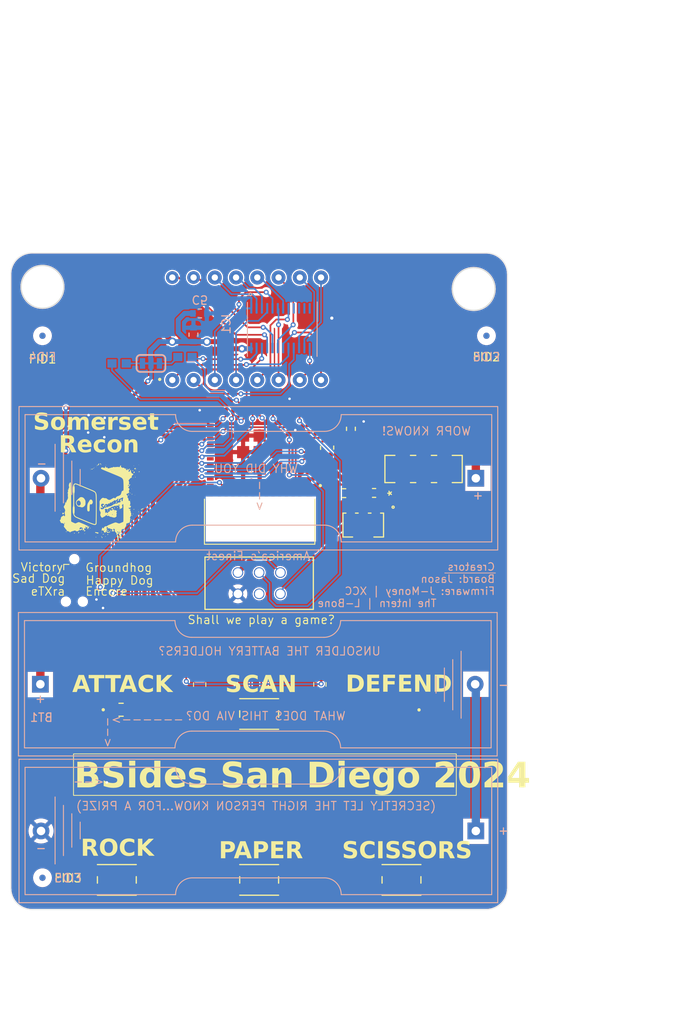
<source format=kicad_pcb>
(kicad_pcb (version 20240225) (generator "pcbnew") (generator_version "8.99")
  (layers (0 "F.Cu" signal) (31 "B.Cu" signal) (34 "B.Paste" user) (35 "F.Paste" user) (36 "B.SilkS" user "B.Silkscreen") (37 "F.SilkS" user "F.Silkscreen") (38 "B.Mask" user) (39 "F.Mask" user) (44 "Edge.Cuts" user))
  (net 0 "")
  (net 1 "GND")
  (net 2 "/POWER_SWITCH")
  (net 3 "SCL")
  (net 4 "SDA")
  (net 5 "/EN")
  (net 14 "/USB_D-")
  (net 21 "/S14S_DISPLAY/DIG_1A")
  (net 22 "/S14S_DISPLAY/DIG_2A")
  (net 23 "/S14S_DISPLAY/COM_A")
  (net 24 "/S14S_DISPLAY/COM_B")
  (net 25 "/S14S_DISPLAY/COM_C")
  (net 26 "/S14S_DISPLAY/COM_D")
  (net 27 "/S14S_DISPLAY/COM_E")
  (net 28 "/S14S_DISPLAY/COM_F")
  (net 29 "/S14S_DISPLAY/COM_G")
  (net 30 "/S14S_DISPLAY/DIG_DP")
  (net 31 "/S14S_DISPLAY/DIG_4B")
  (net 32 "/S14S_DISPLAY/DIG_3B")
  (net 33 "/S14S_DISPLAY/DIG_2B")
  (net 34 "/S14S_DISPLAY/DIG_1B")
  (net 35 "/S14S_DISPLAY/DIG_4A")
  (net 36 "/S14S_DISPLAY/DIG_3A")
  (net 37 "/ROCK")
  (net 38 "/PAPER")
  (net 39 "/SCISSORS")
  (net 40 "/SCAN")
  (net 41 "/USB_D+")
  (net 42 "/IO0")
  (net 43 "Net-(BT1--)")
  (net 44 "Net-(I2C1-Pad1)")
  (net 45 "Net-(I2C1-Pad3)")
  (net 49 "+4V5")
  (net 63 "Net-(U1-IO8{slash}GPIO8)")
  (net 64 "Net-(U1-IO1{slash}GPIO1)")
  (net 66 "/TX1")
  (net 67 "/RX1")
  (net 68 "Net-(BT1-+)")
  (net 69 "+3V3")
  (net 72 "Net-(D1-PadA)")
  (net 73 "Net-(D2-Pad2)")
  (footprint "rps_v4.0_footprint_library:ON_OFF_SW_JS202011SCQN" (layer "F.Cu") (at 163.1696 82.966225 90)
    (property "Reference" "SW5" (hide yes))
    (property "Value" "JS202011SCQN" (hide yes))
  )
  (footprint "rps_v4.0_footprint_library:PTS815_button" (layer "F.Cu") (at 126.492 132.039025)
    (property "Reference" "SW1" (hide yes))
    (property "Value" "PTS815 SJM 250 SMTR LFS" (hide yes))
  )
  (footprint "rps_v4.0_footprint_library:Fiducial_0.75mm_Mask2.25mm" (layer "F.Cu") (at 117.602 131.785025)
    (property "Reference" "FID3")
    (property "Value" "Fiducial" (hide yes))
  )
  (footprint "rps_v4.0_footprint_library:PTS815_button" (layer "F.Cu") (at 143.51 132.039025)
    (property "Reference" "SW2" (hide yes))
    (property "Value" "PTS815 SJM 250 SMTR LFS" (hide yes))
  )
  (footprint "rps_v4.0_footprint_library:R-0805" (layer "F.Cu") (at 150.7744 108.6866 -90)
    (property "Reference" "R2" (hide yes))
    (property "Value" "330" (hide yes))
  )
  (footprint "rps_v4.0_footprint_library:CAP_0603_1UF" (layer "F.Cu") (at 153.67 85.852)
    (property "Reference" "C2" (hide yes))
    (property "Value" "1UF" (hide yes))
  )
  (footprint "rps_v4.0_footprint_library:RES_0805_10K" (layer "F.Cu") (at 151.638 80.24495 -90)
    (property "Reference" "R3" (hide yes))
    (property "Value" "10K")
  )
  (footprint "rps_v4.0_footprint_library:LED_0805_BLUE" (layer "F.Cu") (at 160.4264 111.7346 180)
    (property "Reference" "D1" (hide yes))
    (property "Value" "BLUE")
  )
  (footprint "rps_v4.0_footprint_library:PTS815_button" (layer "F.Cu") (at 160.528 132.039025)
    (property "Reference" "SW3" (hide yes))
    (property "Value" "PTS815 SJM 250 SMTR LFS" (hide yes))
  )
  (footprint "rps_v4.0_footprint_library:Fiducial_0.75mm_Mask2.25mm" (layer "F.Cu") (at 170.688 67.056)
    (property "Reference" "FID2")
    (property "Value" "Fiducial" (hide yes))
  )
  (footprint "rps_v4.0_footprint_library:SAO_CONN6_D03-ST-BK_SUL" (layer "F.Cu") (at 140.97 95.336025)
    (property "Reference" "J1" (hide yes))
    (property "Value" "SAO")
  )
  (footprint "rps_v4.0_footprint_library:CAP_0603_1UF" (layer "F.Cu") (at 154.4828 78.1676 -90)
    (property "Reference" "C3" (hide yes))
    (property "Value" "1UF")
  )
  (footprint "rps_v4.0_footprint_library:R-0805" (layer "F.Cu") (at 136.398 108.712 90)
    (property "Reference" "R1" (hide yes))
    (property "Value" "330")
  )
  (footprint "rps_v4.0_footprint_library:CAP_0603_1UF" (layer "F.Cu") (at 157.2514 85.8266 180)
    (property "Reference" "C1" (hide yes))
    (property "Value" "1UF" (hide yes))
  )
  (footprint "rps_v4.0_footprint_library:ESP32-C3-MINI-1-N4" (layer "F.Cu") (at 143.567 83.65 180)
    (property "Reference" "U1" (hide yes))
    (property "Value" "ESP32-C3-MINI-1-N4" (hide yes))
  )
  (footprint "rps_v4.0_footprint_library:Fiducial_0.75mm_Mask2.25mm" (layer "F.Cu") (at 117.602 67.056)
    (property "Reference" "FID1")
    (property "Value" "Fiducial" (hide yes))
  )
  (footprint "rps_v4.0_footprint_library:LED_0805_Red" (layer "F.Cu") (at 127 111.719025)
    (property "Reference" "D2" (hide yes))
    (property "Value" "RED")
  )
  (footprint "rps_v4.0_footprint_library:MCP1700_LDO" (layer "F.Cu") (at 155.956 89.662 180)
    (property "Reference" "U3" (hide yes))
    (property "Value" "MCP1700T-3302E/MB" (hide yes))
  )
  (footprint "rps_v4.0_footprint_library:SILSMART_DISPLAY" (layer "F.Cu") (at 143.3048 66.2458)
    (property "Reference" "U2" (hide yes))
    (property "Value" "SILSMART_DISPLAY" (hide yes))
  )
  (footprint "rps_v4.0_footprint_library:SolderWirePad_1x01_SMD_1x2mm" (layer "F.Cu") (at 151.892 76.962)
    (property "Reference" "TP1" (hide yes))
    (property "Value" "TestPoint" (hide yes))
  )
  (footprint "rps_v4.0_footprint_library:ssrIcon Small Inverted" (layer "F.Cu") (at 124.1552 86.674625)
    (property "Reference" "G***" (hide yes))
    (property "Value" "LOGO" (hide yes))
  )
  (footprint "rps_v4.0_footprint_library:PTS815_button" (layer "F.Cu") (at 143.51 112.227025)
    (property "Reference" "SW4" (hide yes))
    (property "Value" "PTS815 SJM 250 SMTR LFS" (hide yes))
  )
  (footprint "rps_v4.0_footprint_library:Tag-Connect_TC2030-IDC-NL_2x03_P1.27mm_Vertical" (layer "F.Cu") (at 121.412 96.266 -90)
    (property "Reference" "J2" (hide yes))
    (property "Value" "Tag-Connect" (hide yes))
  )
  (footprint "rps_v4.0_footprint_library:HT16K33A-24SOP" (layer "B.Cu") (at 146.2286 65.817089 -90)
    (property "Reference" "IC1")
    (property "Value" "HT16K33")
  )
  (footprint "rps_v4.0_footprint_library:Fiducial_0.75mm_Mask2.25mm" (layer "B.Cu") (at 117.602 131.785025 180)
    (property "Reference" "FID5")
    (property "Value" "Fiducial" (hide yes))
  )
  (footprint "rps_v4.0_footprint_library:BatteryHolder_Keystone_2460_1xAANO_HOLES" (layer "B.Cu") (at 169.418 126.197025 180)
    (property "Reference" "BT2" (hide yes))
    (property "Value" "2460")
  )
  (footprint "rps_v4.0_footprint_library:0603" (layer "B.Cu") (at 126.7628 70.3598)
    (property "Reference" "R5" (hide yes))
    (property "Value" "2K2")
  )
  (footprint "rps_v4.0_footprint_library:Fiducial_0.75mm_Mask2.25mm" (layer "B.Cu") (at 170.688 67.056 180)
    (property "Reference" "FID6")
    (property "Value" "Fiducial" (hide yes))
  )
  (footprint "rps_v4.0_footprint_library:0603" (layer "B.Cu") (at 134.6368 69.5978 180)
    (property "Reference" "R4" (hide yes))
    (property "Value" "2K2")
  )
  (footprint "rps_v4.0_footprint_library:Fiducial_0.75mm_Mask2.25mm" (layer "B.Cu") (at 117.602 67.056 180)
    (property "Reference" "FID4")
    (property "Value" "Fiducial" (hide yes))
  )
  (footprint "rps_v4.0_footprint_library:SMT-JUMPER_3_2-NC_TRACE_SILK" (layer "B.Cu") (at 130.5728 70.3598)
    (property "Reference" "I2C1" (hide yes))
    (property "Value" "JUMPER-SMT_3_2-NC_TRACE_SILK" (hide yes))
  )
  (footprint "rps_v4.0_footprint_library:CAP_0603_10UF" (layer "B.Cu") (at 136.4234 64.389)
    (property "Reference" "C5")
    (property "Value" "10UF")
  )
  (footprint "rps_v4.0_footprint_library:BatteryHolder_Keystone_2460_1xAANO_HOLES" (layer "B.Cu") (at 117.348 108.671025)
    (property "Reference" "BT1")
    (property "Value" "2460")
  )
  (footprint "rps_v4.0_footprint_library:CAP_0603_0.1UF" (layer "B.Cu") (at 135.6528 66.9278 90)
    (property "Reference" "C4" (hide yes))
    (property "Value" "0.1UF")
  )
  (footprint "rps_v4.0_footprint_library:BatteryHolder_Keystone_2460_1xAANO_HOLES" (layer "B.Cu") (at 169.418 84.074 180)
    (property "Reference" "BT3" (hide yes))
    (property "Value" "2460")
  )
  (gr_line (start 171.7548 95.386825) (end 165.7096 95.386825) (stroke (width 0.1)) (layer "B.SilkS"))
  (gr_rect (start 121.3104 116.9924) (end 167.0812 121.9454) (stroke (width 0.1)) (fill none) (layer "F.SilkS"))
  (gr_line (start 113.792001 59.536) (end 113.791937 133.036975) (stroke (width 0.05)) (layer "Edge.Cuts"))
  (gr_arc (start 116.332 135.595025) (mid 114.534821 134.839441) (end 113.791937 133.036975) (stroke (width 0.05)) (layer "Edge.Cuts"))
  (gr_circle (center 169.163547 61.468) (end 171.703547 61.516) (stroke (width 0.1)) (fill none) (layer "Edge.Cuts"))
  (gr_line (start 173.228184 133.02421) (end 173.227999 59.72) (stroke (width 0.05)) (layer "Edge.Cuts"))
  (gr_circle (center 117.601547 61.214) (end 120.141547 61.262) (stroke (width 0.1)) (fill none) (layer "Edge.Cuts"))
  (gr_line (start 116.332 135.595025) (end 170.688 135.595024) (stroke (width 0.05)) (layer "Edge.Cuts"))
  (gr_arc (start 113.792001 59.536) (mid 114.595003 57.836519) (end 116.343013 57.145499) (stroke (width 0.05)) (layer "Edge.Cuts"))
  (gr_arc (start 170.669949 57.149973) (mid 172.483003 57.903446) (end 173.227999 59.72) (stroke (width 0.05)) (layer "Edge.Cuts"))
  (gr_line (start 170.669949 57.149973) (end 116.343013 57.145499) (stroke (width 0.05)) (layer "Edge.Cuts"))
  (gr_arc (start 173.228184 133.02421) (mid 172.486018 134.831253) (end 170.688 135.595024) (stroke (width 0.05)) (layer "Edge.Cuts"))
  (gr_text "-->\n" (at 121.1834 119.8372 180) (layer "B.SilkS") (effects (font (size 1 1) (thickness 0.127)) (justify left bottom mirror)))
  (gr_text "(SECRETLY LET THE RIGHT PERSON KNOW...FOR A PRIZE)" (at 164.7444 123.7996 0) (layer "B.SilkS") (effects (font (size 1 1) (thickness 0.127)) (justify left bottom mirror)))
  (gr_text "-->\n" (at 144.0688 84.2264 90) (layer "B.SilkS") (effects (font (size 1 1) (thickness 0.127)) (justify left bottom mirror)))
  (gr_text "WHAT DOES THIS VIA DO?" (at 153.924 113.0554 0) (layer "B.SilkS") (effects (font (size 1 1) (thickness 0.127)) (justify left bottom mirror)))
  (gr_text "America's Finest" (at 149.7076 93.939025 0) (layer "B.SilkS") (effects (font (size 1 1) (thickness 0.127)) (justify left bottom mirror)))
  (gr_text "-->\n" (at 125.9078 112.4712 90) (layer "B.SilkS") (effects (font (size 1 1) (thickness 0.127)) (justify left bottom mirror)))
  (gr_text "UNSOLDER THE BATTERY HOLDERS?" (at 158.115 105.3084 0) (layer "B.SilkS") (effects (font (size 1 1) (thickness 0.127)) (justify left bottom mirror)))
  (gr_text "Creators\nBoard: Jason\nFirmware: J-Money | XCC  \n		The Intern | L-Bone\n\n\n\n" (at 171.7802 103.870425 0) (layer "B.SilkS") (effects (font (size 0.9 0.9) (thickness 0.127)) (justify left bottom mirror)))
  (gr_text "------>\n" (at 134.5692 113.4364 0) (layer "B.SilkS") (effects (font (size 1 1) (thickness 0.127)) (justify left bottom mirror)))
  (gr_text "WHY DID YOU" (at 148.2344 83.5152 0) (layer "B.SilkS") (effects (font (size 1 1) (thickness 0.127)) (justify left bottom mirror)))
  (gr_text "WOPR KNOWS!" (at 168.91 79.029225 0) (layer "B.SilkS") (effects (font (size 1 1) (thickness 0.127)) (justify left bottom mirror)))
  (gr_text "SCISSORS" (at 153.416 129.794 0) (layer "F.SilkS") (effects (font (size 2 2) (thickness 0.127) (bold yes)) (justify left bottom)))
  (gr_text "SCAN" (at 139.446 109.941025 0) (layer "F.SilkS") (effects (font (size 2 2) (thickness 0.127) (bold yes)) (justify left bottom)))
  (gr_text "ROCK" (at 122.174 129.499025 0) (layer "F.SilkS") (effects (font (size 2 2) (thickness 0.127) (bold yes)) (justify left bottom)))
  (gr_text "Encore" (at 125.2728 97.5868 0) (layer "F.SilkS") (effects (font (size 1 1) (thickness 0.127))))
  (gr_text "PAPER" (at 138.684 129.794 0) (layer "F.SilkS") (effects (font (size 2 2) (thickness 0.127) (bold yes)) (justify left bottom)))
  (gr_text "eTXra" (at 118.2624 97.5868 0) (layer "F.SilkS") (effects (font (size 1 1) (thickness 0.127))))
  (gr_text "Happy Dog" (at 126.8222 96.266 0) (layer "F.SilkS") (effects (font (size 1 1) (thickness 0.127))))
  (gr_text "Shall we play a game?" (at 134.874 101.559025 0) (layer "F.SilkS") (effects (font (size 1 1) (thickness 0.127)) (justify left bottom)))
  (gr_text "ATTACK" (at 121.158 109.941025 0) (layer "F.SilkS") (effects (font (size 2 2) (thickness 0.127) (bold yes)) (justify left bottom)))
  (gr_text "Recon" (at 124.3584 81.315225 0) (layer "F.SilkS") (effects (font (size 2 2) (thickness 0.127) (bold yes)) (justify bottom)))
  (gr_text "Victory" (at 117.5258 94.6912 0) (layer "F.SilkS") (effects (font (size 1 1) (thickness 0.127))))
  (gr_text "DEFEND" (at 153.8478 109.9058 0) (layer "F.SilkS") (effects (font (size 2 2) (thickness 0.127) (bold yes)) (justify left bottom)))
  (gr_text "Somerset \n" (at 124.4854 78.622825 0) (layer "F.SilkS") (effects (font (size 2 2) (thickness 0.127) (bold yes)) (justify bottom)))
  (gr_text "Groundhog" (at 126.7206 94.742 0) (layer "F.SilkS") (effects (font (size 1 1) (thickness 0.127))))
  (gr_text "BSides San Diego 2024" (at 121.3866 121.498025 0) (layer "F.SilkS") (effects (font (size 3 3) (thickness 0.75) (bold yes)) (justify left bottom)))
  (gr_text "Sad Dog" (at 117.1448 96.0374 0) (layer "F.SilkS") (effects (font (size 1 1) (thickness 0.127))))
  (segment (start 149.517 76) (end 149.517 76.9) (width 0.2032) (layer "F.Cu") (net 1))
  (segment (start 143.567 78.975) (end 143.567 82.925) (width 0.4) (layer "F.Cu") (net 1))
  (segment (start 149.517 76.9) (end 149.467 76.95) (width 0.2032) (layer "F.Cu") (net 1))
  (segment (start 141.592 82.925) (end 145.542 82.925) (width 0.4) (layer "F.Cu") (net 1))
  (segment (start 141.592 82.925) (end 141.592 78.975) (width 0.4) (layer "F.Cu") (net 1))
  (segment (start 141.592 78.975) (end 145.542 78.975) (width 0.4) (layer "F.Cu") (net 1))
  (segment (start 137.667 85.85) (end 137.617 85.9) (width 0.4) (layer "F.Cu") (net 1))
  (segment (start 149.517 85.9) (end 149.517 84.2) (width 0.4) (layer "F.Cu") (net 1))
  (segment (start 157.456 87.6508) (end 158.076 87.0308) (width 0.4) (layer "F.Cu") (net 1))
  (segment (start 158.076 87.0308) (end 158.076 85.852) (width 0.4) (layer "F.Cu") (net 1))
  (segment (start 155.9814 77.3176) (end 156.0068 77.2922) (width 0.4) (layer "F.Cu") (net 1))
  (segment (start 136.398 75.946) (end 136.452 76) (width 0.2032) (layer "F.Cu") (net 1))
  (segment (start 137.617 85.9) (end 149.517 85.9) (width 0.4) (layer "F.Cu") (net 1))
  (segment (start 145.542 80.95) (end 143.567 82.925) (width 0.2032) (layer "F.Cu") (net 1))
  (segment (start 138.767 85.85) (end 137.667 85.85) (width 0.4) (layer "F.Cu") (net 1))
  (segment (start 136.452 76) (end 137.617 76) (width 0.2032) (layer "F.Cu") (net 1))
  (segment (start 141.592 80.95) (end 145.542 80.95) (width 0.4) (layer "F.Cu") (net 1))
  (segment (start 145.542 78.975) (end 145.542 82.925) (width 0.4) (layer "F.Cu") (net 1))
  (segment (start 145.542 78.975) (end 145.542 80.95) (width 0.2032) (layer "F.Cu") (net 1))
  (segment (start 149.517 84.2) (end 149.467 84.15) (width 0.4) (layer "F.Cu") (net 1))
  (segment (start 154.4828 77.3176) (end 155.9814 77.3176) (width 0.4) (layer "F.Cu") (net 1))
  (segment (start 141.318998 113.243025) (end 141.259999 113.302024) (width 0.4) (layer "F.Cu") (net 1))
  (via (at 124.841 99.568) (size 0.6) (drill 0.3) (layers "F.Cu" "B.Cu") (net 1))
  (via (at 147.828 78.318025) (size 0.6) (drill 0.3) (layers "F.Cu" "B.Cu") (net 1))
  (via (at 125.0442 76.8604) (size 0.6) (drill 0.3) (layers "F.Cu" "B.Cu") (net 1))
  (via (at 156.0068 77.2922) (size 0.6) (drill 0.3) (layers "F.Cu" "B.Cu") (net 1))
  (via (at 124.0536 98.552) (size 0.6) (drill 0.3) (layers "F.Cu" "B.Cu") (net 1))
  (via (at 147.1422 74.584225) (size 0.6) (drill 0.3) (layers "F.Cu" "B.Cu") (net 1))
  (via (at 152.1968 64.9478) (size 0.6858) (drill 0.381) (layers "F.Cu" "B.Cu") (net 1))
  (via (at 136.398 75.946) (size 0.6096) (drill 0.3048) (layers "F.Cu" "B.Cu") (net 1))
  (via (at 125.2982 120.396) (size 0.6) (drill 0.3) (layers "F.Cu" "B.Cu") (net 1))
  (via (at 123.063 78.613) (size 0.6) (drill 0.3) (layers "F.Cu" "B.Cu") (net 1))
  (via (at 123.1138 76.5302) (size 0.6) (drill 0.3) (layers "F.Cu" "B.Cu") (net 1))
  (via (at 124.9934 79.1718) (size 0.6) (drill 0.3) (layers "F.Cu" "B.Cu") (net 1))
  (segment (start 124.841 99.3394) (end 124.0536 98.552) (width 0.4) (layer "B.Cu") (net 1))
  (segment (start 124.841 99.568) (end 124.841 99.3394) (width 0.4) (layer "B.Cu") (net 1))
  (segment (start 147.1422 77.632225) (end 147.1422 74.584225) (width 0.4) (layer "B.Cu") (net 1))
  (segment (start 125.0442 79.121) (end 124.9934 79.1718) (width 0.4) (layer "B.Cu") (net 1))
  (segment (start 125.0442 76.8604) (end 125.0442 79.121) (width 0.4) (layer "B.Cu") (net 1))
  (segment (start 123.1138 76.5302) (end 123.1138 78.5622) (width 0.4) (layer "B.Cu") (net 1))
  (segment (start 147.828 78.318025) (end 147.1422 77.632225) (width 0.4) (layer "B.Cu") (net 1))
  (segment (start 123.1138 78.5622) (end 123.063 78.613) (width 0.4) (layer "B.Cu") (net 1))
  (segment (start 167.9321 80.210325) (end 165.6696 80.210325) (width 1) (layer "F.Cu") (net 2))
  (segment (start 169.418 81.696225) (end 167.9321 80.210325) (width 1) (layer "F.Cu") (net 2))
  (segment (start 169.418 84.074) (end 169.418 81.696225) (width 1) (layer "F.Cu") (net 2))
  (segment (start 140.7922 74.736625) (end 141.167 75.111425) (width 0.2032) (layer "F.Cu") (net 3))
  (segment (start 141.3008 69.85) (end 136.8552 69.85) (width 0.2032) (layer "F.Cu") (net 3))
  (segment (start 136.8552 69.85) (end 136.8044 69.7992) (width 0.2032) (layer "F.Cu") (net 3))
  (segment (start 141.167 75.111425) (end 141.167 76.05) (width 0.2032) (layer "F.Cu") (net 3))
  (via (at 141.3008 69.85) (size 0.6) (drill 0.3) (layers "F.Cu" "B.Cu") (net 3))
  (via (at 136.8044 69.7992) (size 0.6) (drill 0.3) (layers "F.Cu" "B.Cu") (net 3))
  (via (at 140.7922 74.736625) (size 0.6096) (drill 0.3048) (layers "F.Cu" "B.Cu") (net 3))
  (segment (start 137.7592 73.7362) (end 139.3004 73.7362) (width 0.2032) (layer "B.Cu") (net 3))
  (segment (start 140.300825 74.736625) (end 139.5984 74.0342) (width 0.2032) (layer "B.Cu") (net 3))
  (segment (start 136.8044 69.7992) (end 135.6882 69.7992) (width 0.2032) (layer "B.Cu") (net 3))
  (segment (start 143.202 68.513389) (end 143.202 69.148388) (width 0.2032) (layer "B.Cu") (net 3))
  (segment (start 143.202 69.148388) (end 142.500388 69.85) (width 0.2032) (layer "B.Cu") (net 3))
  (segment (start 140.7922 74.736625) (end 140.300825 74.736625) (width 0.2032) (layer "B.Cu") (net 3))
  (segment (start 137.0108 72.9878) (end 137.7592 73.7362) (width 0.2032) (layer "B.Cu") (net 3))
  (segment (start 142.500388 69.85) (end 141.3008 69.85) (width 0.2032) (layer "B.Cu") (net 3))
  (segment (start 139.3004 73.7362) (end 139.5984 74.0342) (width 0.2032) (layer "B.Cu") (net 3))
  (segment (start 139.299 73.7348) (end 139.5984 74.0342) (width 0.2032) (layer "B.Cu") (net 3))
  (segment (start 135.4868 69.5978) (end 137.0108 71.1218) (width 0.2032) (layer "B.Cu") (net 3))
  (segment (start 135.6882 69.7992) (end 135.4868 69.5978) (width 0.2032) (layer "B.Cu") (net 3))
  (segment (start 137.0108 71.1218) (end 137.0108 72.9878) (width 0.2032) (layer "B.Cu") (net 3))
  (segment (start 142.0114 76.0056) (end 141.967 76.05) (width 0.2032) (layer "F.Cu") (net 4))
  (segment (start 141.967 76.635225) (end 141.967 76.05) (width 0.2032) (layer "F.Cu") (net 4))
  (segment (start 143.8148 69.7738) (end 142.0114 71.5772) (width 0.2032) (layer "F.Cu") (net 4))
  (segment (start 142.0114 71.5772) (end 142.0114 76.0056) (width 0.2032) (layer "F.Cu") (net 4))
  (segment (start 141.351 77.251225) (end 141.967 76.635225) (width 0.2032) (layer "F.Cu") (net 4))
  (via (at 141.351 77.251225) (size 0.6096) (drill 0.3048) (layers "F.Cu" "B.Cu") (net 4))
  (via (at 143.8148 69.7738) (size 0.6) (drill 0.3) (layers "F.Cu" "B.Cu") (net 4))
  (segment (start 129.1844 74.4728) (end 125.9128 71.2012) (width 0.2032) (layer "B.Cu") (net 4))
  (segment (start 125.9128 71.2012) (end 125.9128 70.3598) (width 0.2032) (layer "B.Cu") (net 4))
  (segment (start 143.837 69.7516) (end 143.8148 69.7738) (width 0.2032) (layer "B.Cu") (net 4))
  (segment (start 129.3368 74.6252) (end 131.626 74.6252) (width 0.2) (layer "B.Cu") (net 4))
  (segment (start 141.351 77.251225) (end 141.287488 77.251225) (width 0.2032) (layer "B.Cu") (net 4))
  (segment (start 141.287488 77.251225) (end 138.661463 74.6252) (width 0.2032) (layer "B.Cu") (net 4))
  (segment (start 129.1844 74.4728) (end 129.3368 74.6252) (width 0.2) (layer "B.Cu") (net 4))
  (segment (start 143.837 68.513389) (end 143.837 69.7516) (width 0.2032) (layer "B.Cu") (net 4))
  (segment (start 138.661463 74.6252) (end 131.626 74.6252) (width 0.2032) (layer "B.Cu") (net 4))
  (segment (start 152.9334 79.5274) (end 151.6474 79.5274) (width 0.2) (layer "F.Cu") (net 5))
  (segment (start 147.8772 80.173825) (end 148.701025 79.35) (width 0.2) (layer "F.Cu") (net 5))
  (segment (start 151.638 77.216) (end 151.892 76.962) (width 0.2032) (layer "F.Cu") (net 5))
  (segment (start 124.0536 97.536) (end 122.047 97.536) (width 0.2) (layer "F.Cu") (net 5))
  (segment (start 154.4828 79.0176) (end 153.4432 79.0176) (width 0.2) (layer "F.Cu") (net 5))
  (segment (start 147.5508 84.8852) (end 147.8772 84.5588) (width 0.2) (layer "F.Cu") (net 5))
  (segment (start 149.569 79.248) (end 149.467 79.35) (width 0.2032) (layer "F.Cu") (net 5))
  (segment (start 147.8772 84.5588) (end 147.8772 80.173825) (width 0.2) (layer "F.Cu") (net 5))
  (segment (start 151.6474 79.5274) (end 151.638 79.518) (width 0.2) (layer "F.Cu") (net 5))
  (segment (start 153.4432 79.0176) (end 152.9334 79.5274) (width 0.2) (layer "F.Cu") (net 5))
  (segment (start 151.638 79.518) (end 151.368 79.248) (width 0.2032) (layer "F.Cu") (net 5))
  (segment (start 139.0634 84.8852) (end 147.5508 84.8852) (width 0.2) (layer "F.Cu") (net 5))
  (segment (start 124.5108 97.0788) (end 124.0536 97.536) (width 0.2) (layer "F.Cu") (net 5))
  (segment (start 151.368 79.248) (end 149.569 79.248) (width 0.2032) (layer "F.Cu") (net 5))
  (segment (start 138.7602 84.582) (end 139.0634 84.8852) (width 0.2) (layer "F.Cu") (net 5))
  (segment (start 148.701025 79.35) (end 149.467 79.35) (width 0.2) (layer "F.Cu") (net 5))
  (segment (start 151.638 79.518) (end 151.638 77.216) (width 0.2032) (layer "F.Cu") (net 5))
  (via (at 124.5108 97.0788) (size 0.6) (drill 0.3) (layers "F.Cu" "B.Cu") (net 5))
  (via (at 138.7602 84.582) (size 0.6) (drill 0.3) (layers "F.Cu" "B.Cu") (net 5))
  (segment (start 124.5108 97.0788) (end 124.5108 93.3952) (width 0.2) (layer "B.Cu") (net 5))
  (segment (start 136.7282 84.582) (end 138.7602 84.582) (width 0.2) (layer "B.Cu") (net 5))
  (segment (start 124.5108 93.3952) (end 133.2224 84.6836) (width 0.2) (layer "B.Cu") (net 5))
  (segment (start 136.6266 84.6836) (end 136.7282 84.582) (width 0.2) (layer "B.Cu") (net 5))
  (segment (start 133.2224 84.6836) (end 136.6266 84.6836) (width 0.2) (layer "B.Cu") (net 5))
  (segment (start 121.3104 77.4446) (end 119.38 79.375) (width 0.2) (layer "F.Cu") (net 14))
  (segment (start 134.5184 77.4446) (end 137.3616 77.4446) (width 0.2) (layer "F.Cu") (net 14))
  (segment (start 128.1176 77.4446) (end 121.3104 77.4446) (width 0.2) (layer "F.Cu") (net 14))
  (segment (start 134.5184 77.4446) (end 127.9906 77.4446) (width 0.2032) (layer "F.Cu") (net 14))
  (segment (start 120.396 96.266) (end 120.777 96.266) (width 0.2032) (layer "F.Cu") (net 14))
  (segment (start 119.38 95.25) (end 120.396 96.266) (width 0.2032) (layer "F.Cu") (net 14))
  (segment (start 119.38 93.472) (end 119.38 95.25) (width 0.2032) (layer "F.Cu") (net 14))
  (segment (start 119.38 79.375) (end 119.38 93.472) (width 0.2) (layer "F.Cu") (net 14))
  (segment (start 137.3616 77.4446) (end 137.667 77.75) (width 0.2) (layer "F.Cu") (net 14))
  (segment (start 140.725825 66.938825) (end 133.8848 60.0978) (width 0.2032) (layer "F.Cu") (net 21))
  (segment (start 144.145 66.938825) (end 140.725825 66.938825) (width 0.2032) (layer "F.Cu") (net 21))
  (segment (start 133.8848 60.0978) (end 133.1268 60.0978) (width 0.2032) (layer "F.Cu") (net 21))
  (via (at 144.145 66.938825) (size 0.6) (drill 0.3) (layers "F.Cu" "B.Cu") (net 21))
  (segment (start 144.145 66.938825) (end 144.472 67.265825) (width 0.2032) (layer "B.Cu") (net 21))
  (segment (start 144.472 67.265825) (end 144.472 68.513389) (width 0.2032) (layer "B.Cu") (net 21))
  (segment (start 142.122825 66.049825) (end 136.1708 60.0978) (width 0.2032) (layer "F.Cu") (net 22))
  (segment (start 136.1708 60.0978) (end 135.6668 60.0978) (width 0.2032) (layer "F.Cu") (net 22))
  (segment (start 143.9926 66.049825) (end 142.122825 66.049825) (width 0.2032) (layer "F.Cu") (net 22))
  (via (at 143.9926 66.049825) (size 0.6) (drill 0.3) (layers "F.Cu" "B.Cu") (net 22))
  (segment (start 145.107 66.9512) (end 145.107 68.513389) (width 0.2032) (layer "B.Cu") (net 22))
  (segment (start 144.205625 66.049825) (end 145.107 66.9512) (width 0.2032) (layer "B.Cu") (net 22))
  (segment (start 143.9926 66.049825) (end 144.205625 66.049825) (width 0.2032) (layer "B.Cu") (net 22))
  (segment (start 140.196425 62.087425) (end 138.2068 60.0978) (width 0.2032) (layer "B.Cu") (net 23))
  (segment (start 142.681625 62.087425) (end 140.196425 62.087425) (width 0.2032) (layer "B.Cu") (net 23))
  (segment (start 143.202 62.6078) (end 142.681625 62.087425) (width 0.2032) (layer "B.Cu") (net 23))
  (segment (start 143.202 63.778889) (end 143.202 62.6078) (width 0.2032) (layer "B.Cu") (net 23))
  (segment (start 140.7468 60.0978) (end 140.961575 60.0978) (width 0.2032) (layer "B.Cu") (net 24))
  (segment (start 143.837 62.312825) (end 143.837 63.778889) (width 0.2032) (layer "B.Cu") (net 24))
  (segment (start 140.961575 60.0978) (end 142.2908 61.427025) (width 0.2032) (layer "B.Cu") (net 24))
  (segment (start 142.2908 61.427025) (end 142.9512 61.427025) (width 0.2032) (layer "B.Cu") (net 24))
  (segment (start 142.9512 61.427025) (end 143.837 62.312825) (width 0.2032) (layer "B.Cu") (net 24))
  (segment (start 144.472 63.778889) (end 144.472 64.228219) (width 0.2032) (layer "B.Cu") (net 25))
  (segment (start 142.1638 65.278) (end 140.7468 66.695) (width 0.2032) (layer "B.Cu") (net 25))
  (segment (start 143.422219 65.278) (end 142.1638 65.278) (width 0.2032) (layer "B.Cu") (net 25))
  (segment (start 140.7468 66.695) (end 140.7468 72.3378) (width 0.2032) (layer "B.Cu") (net 25))
  (segment (start 144.472 64.228219) (end 143.422219 65.278) (width 0.2032) (layer "B.Cu") (net 25))
  (segment (start 141.097 62.671625) (end 141.919625 61.849) (width 0.2032) (layer "F.Cu") (net 26))
  (segment (start 141.919625 61.849) (end 144.3482 61.849) (width 0.2032) (layer "F.Cu") (net 26))
  (segment (start 141.097 63.306625) (end 141.097 62.671625) (width 0.2032) (layer "F.Cu") (net 26))
  (via (at 141.097 63.306625) (size 0.6) (drill 0.3) (layers "F.Cu" "B.Cu") (net 26))
  (via (at 144.3482 61.849) (size 0.6) (drill 0.3) (layers "F.Cu" "B.Cu") (net 26))
  (segment (start 141.097 63.306625) (end 141.097 63.6778) (width 0.2032) (layer "B.Cu") (net 26))
  (segment (start 145.107 62.6078) (end 145.107 63.778889) (width 0.2032) (layer "B.Cu") (net 26))
  (segment (start 141.097 63.6778) (end 138.2068 66.568) (width 0.2032) (layer "B.Cu") (net 26))
  (segment (start 138.2068 66.568) (end 138.2068 72.3378) (width 0.2032) (layer "B.Cu") (net 26))
  (segment (start 144.3482 61.849) (end 145.107 62.6078) (width 0.2032) (layer "B.Cu") (net 26))
  (segment (start 145.8268 65.7352) (end 145.8268 72.3378) (width 0.2032) (layer "F.Cu") (net 27))
  (via (at 145.8268 65.7352) (size 0.6) (drill 0.3) (layers "F.Cu" "B.Cu") (net 27))
  (segment (start 145.8268 65.7352) (end 145.8268 63.863689) (width 0.2032) (layer "B.Cu") (net 27))
  (segment (start 145.8268 63.863689) (end 145.742 63.778889) (width 0.2032) (layer "B.Cu") (net 27))
  (segment (start 143.628575 60.0978) (end 143.2868 60.0978) (width 0.2032) (layer "B.Cu") (net 28))
  (segment (start 146.377 63.778889) (end 146.377 62.846225) (width 0.2032) (layer "B.Cu") (net 28))
  (segment (start 146.377 62.846225) (end 143.628575 60.0978) (width 0.2032) (layer "B.Cu") (net 28))
  (segment (start 144.8562 65.8114) (end 144.8562 70.7684) (width 0.2032) (layer "F.Cu") (net 29))
  (segment (start 145.557575 65.110025) (end 144.8562 65.8114) (width 0.2032) (layer "F.Cu") (net 29))
  (segment (start 144.8562 70.7684) (end 143.2868 72.3378) (width 0.2032) (layer "F.Cu") (net 29))
  (segment (start 146.8882 65.110025) (end 145.557575 65.110025) (width 0.2032) (layer "F.Cu") (net 29))
  (via (at 146.8882 65.110025) (size 0.6) (drill 0.3) (layers "F.Cu" "B.Cu") (net 29))
  (segment (start 146.8882 65.110025) (end 147.012 64.986225) (width 0.2032) (layer "B.Cu") (net 29))
  (segment (start 147.012 64.986225) (end 147.012 63.778889) (width 0.2032) (layer "B.Cu") (net 29))
  (segment (start 149.5552 71.1494) (end 149.5552 70.0326) (width 0.2032) (layer "F.Cu") (net 30))
  (segment (start 148.3668 72.3378) (end 149.5552 71.1494) (width 0.2032) (layer "F.Cu") (net 30))
  (via (at 149.5552 70.0326) (size 0.6) (drill 0.3) (layers "F.Cu" "B.Cu") (net 30))
  (segment (start 149.5552 70.0326) (end 149.5552 68.516589) (width 0.2032) (layer "B.Cu") (net 30))
  (segment (start 149.5552 68.516589) (end 149.552 68.513389) (width 0.2032) (layer "B.Cu") (net 30))
  (segment (start 150.9068 65.425) (end 150.9068 60.0978) (width 0.2032) (layer "B.Cu") (net 31))
  (segment (start 148.917 67.4148) (end 150.9068 65.425) (width 0.2032) (layer "B.Cu") (net 31))
  (segment (start 148.917 68.513389) (end 148.917 67.4148) (width 0.2032) (layer "B.Cu") (net 31))
  (segment (start 148.282 68.513389) (end 148.282 67.11) (width 0.2032) (layer "B.Cu") (net 32))
  (segment (start 148.282 67.11) (end 150.0886 65.3034) (width 0.2032) (layer "B.Cu") (net 32))
  (segment (start 150.0886 65.3034) (end 150.0886 61.8196) (width 0.2032) (layer "B.Cu") (net 32))
  (segment (start 150.0886 61.8196) (end 148.3668 60.0978) (width 0.2032) (layer "B.Cu") (net 32))
  (segment (start 135.6668 72.3378) (end 137.3192 73.9902) (width 0.2032) (layer "F.Cu") (net 33))
  (segment (start 137.3192 73.9902) (end 141.3256 73.9902) (width 0.2032) (layer "F.Cu") (net 33))
  (via (at 141.3256 73.9902) (size 0.6) (drill 0.3) (layers "F.Cu" "B.Cu") (net 33))
  (segment (start 146.0754 73.9902) (end 147.0914 72.9742) (width 0.2032) (layer "B.Cu") (net 33))
  (segment (start 147.0914 70.4596) (end 147.647 69.904) (width 0.2032) (layer "B.Cu") (net 33))
  (segment (start 147.0914 72.9742) (end 147.0914 70.4596) (width 0.2032) (layer "B.Cu") (net 33))
  (segment (start 147.647 69.904) (end 147.647 68.513389) (width 0.2032) (layer "B.Cu") (net 33))
  (segment (start 141.3256 73.9902) (end 146.0754 73.9902) (width 0.2032) (layer "B.Cu") (net 33))
  (segment (start 141.986 70.485) (end 141.9352 70.5358) (width 0.2032) (layer "F.Cu") (net 34))
  (segment (start 134.9288 70.5358) (end 133.1268 72.3378) (width 0.2032) (layer "F.Cu") (net 34))
  (segment (start 141.9352 70.5358) (end 134.9288 70.5358) (width 0.2032) (layer "F.Cu") (net 34))
  (via (at 141.986 70.485) (size 0.6) (drill 0.3) (layers "F.Cu" "B.Cu") (net 34))
  (segment (start 141.986 70.485) (end 142.0114 70.4596) (width 0.2032) (layer "B.Cu") (net 34))
  (segment (start 147.012 69.474719) (end 147.012 68.513389) (width 0.2032) (layer "B.Cu") (net 34))
  (segment (start 142.0114 70.4596) (end 146.027119 70.4596) (width 0.2032) (layer "B.Cu") (net 34))
  (segment (start 146.027119 70.4596) (end 147.012 69.474719) (width 0.2032) (layer "B.Cu") (net 34))
  (segment (start 147.7264 66.659425) (end 149.514225 66.659425) (width 0.2032) (layer "F.Cu") (net 35))
  (segment (start 150.9068 68.052) (end 150.9068 72.3378) (width 0.2032) (layer "F.Cu") (net 35))
  (segment (start 149.514225 66.659425) (end 150.9068 68.052) (width 0.2032) (layer "F.Cu") (net 35))
  (via (at 147.7264 66.659425) (size 0.6) (drill 0.3) (layers "F.Cu" "B.Cu") (net 35))
  (segment (start 147.7264 66.659425) (end 146.377 68.008825) (width 0.2032) (layer "B.Cu") (net 35))
  (segment (start 146.377 68.008825) (end 146.377 68.513389) (width 0.2032) (layer "B.Cu") (net 35))
  (segment (start 147.574 65.745025) (end 147.5994 65.719625) (width 0.2032) (layer "F.Cu") (net 36))
  (segment (start 147.5994 65.719625) (end 147.5994 61.8704) (width 0.2032) (layer "F.Cu") (net 36))
  (segment (start 147.5994 61.8704) (end 145.8268 60.0978) (width 0.2032) (layer "F.Cu") (net 36))
  (via (at 147.574 65.745025) (size 0.6) (drill 0.3) (layers "F.Cu" "B.Cu") (net 36))
  (segment (start 147.574 65.745025) (end 145.742 67.577025) (width 0.2032) (layer "B.Cu") (net 36))
  (segment (start 145.742 67.577025) (end 145.742 68.513389) (width 0.2032) (layer "B.Cu") (net 36))
  (segment (start 131.318 86.8172) (end 131.318 97.79) (width 0.2032) (layer "F.Cu") (net 37))
  (segment (start 148.5392 80.8736) (end 148.6156 80.95) (width 0.2032) (layer "F.Cu") (net 37))
  (segment (start 143.764 105.664) (end 143.764 130.81) (width 0.2032) (layer "F.Cu") (net 37))
  (segment (start 148.6156 80.95) (end 149.467 80.95) (width 0.2032) (layer "F.Cu") (net 37))
  (segment (start 142.494 132.08) (end 125.357973 132.08) (width 0.2032) (layer "F.Cu") (net 37))
  (segment (start 140.9192 102.8192) (end 143.764 105.664) (width 0.2032) (layer "F.Cu") (net 37))
  (segment (start 136.3472 102.8192) (end 140.9192 102.8192) (width 0.2032) (layer "F.Cu") (net 37))
  (segment (start 131.318 97.79) (end 136.3472 102.8192) (width 0.2032) (layer "F.Cu") (net 37))
  (segment (start 125.357973 132.08) (end 124.241999 130.964026) (width 0.2032) (layer "F.Cu") (net 37))
  (segment (start 135.044416 83.090784) (end 131.318 86.8172) (width 0.2032) (layer "F.Cu") (net 37))
  (segment (start 143.764 130.81) (end 142.494 132.08) (width 0.2032) (layer "F.Cu") (net 37))
  (segment (start 136.655008 83.090784) (end 135.044416 83.090784) (width 0.2032) (layer "F.Cu") (net 37))
  (via (at 148.5392 80.8736) (size 0.6096) (drill 0.3048) (layers "F.Cu" "B.Cu") (net 37))
  (via (at 136.655008 83.090784) (size 0.6096) (drill 0.3048) (layers "F.Cu" "B.Cu") (net 37))
  (segment (start 148.5392 80.8736) (end 145.602625 80.8736) (width 0.2032) (layer "B.Cu") (net 37))
  (segment (start 145.602625 80.8736) (end 143.385441 83.090784) (width 0.2032) (layer "B.Cu") (net 37))
  (segment (start 143.385441 83.090784) (end 136.655008 83.090784) (width 0.2032) (layer "B.Cu") (net 37))
  (segment (start 130.302 98.552) (end 135.636 103.886) (width 0.2032) (layer "F.Cu") (net 38))
  (segment (start 130.302 86.614) (end 130.302 98.552) (width 0.2032) (layer "F.Cu") (net 38))
  (segment (start 142.494 106.172) (end 142.494 129.730025) (width 0.2032) (layer "F.Cu") (net 38))
  (segment (start 134.622528 82.293472) (end 130.302 86.614) (width 0.2032) (layer "F.Cu") (net 38))
  (segment (start 143.567 76.571625) (end 143.567 76.05) (width 0.2032) (layer "F.Cu") (net 38))
  (segment (start 143.8656 76.870225) (end 143.567 76.571625) (width 0.2032) (layer "F.Cu") (net 38))
  (segment (start 135.636 103.886) (end 140.208 103.886) (width 0.2032) (layer "F.Cu") (net 38))
  (segment (start 136.647252 82.293472) (end 134.622528 82.293472) (width 0.2032) (layer "F.Cu") (net 38))
  (segment (start 142.494 129.730025) (end 141.259999 130.964026) (width 0.2032) (layer "F.Cu") (net 38))
  (segment (start 140.208 103.886) (end 142.494 106.172) (width 0.2032) (layer "F.Cu") (net 38))
  (via (at 136.647252 82.293472) (size 0.6096) (drill 0.3048) (layers "F.Cu" "B.Cu") (net 38))
  (via (at 143.8656 76.870225) (size 0.6096) (drill 0.3048) (layers "F.Cu" "B.Cu") (net 38))
  (segment (start 144.1958 77.200425) (end 144.1958 79.308625) (width 0.2032) (layer "B.Cu") (net 38))
  (segment (start 144.1958 79.308625) (end 141.259225 82.2452) (width 0.2032) (layer "B.Cu") (net 38))
  (segment (start 141.259225 82.2452) (end 136.695524 82.2452) (width 0.2032) (layer "B.Cu") (net 38))
  (segment (start 143.8656 76.870225) (end 144.1958 77.200425) (width 0.2032) (layer "B.Cu") (net 38))
  (segment (start 136.695524 82.2452) (end 136.647252 82.293472) (width 0.2032) (layer "B.Cu") (net 38))
  (segment (start 135.649254 83.882946) (end 132.207 87.3252) (width 0.2032) (layer "F.Cu") (net 39))
  (segment (start 157.162025 132.08) (end 158.277999 130.964026) (width 0.2032) (layer "F.Cu") (net 39))
  (segment (start 148.9328 81.75) (end 149.467 81.75) (width 0.2032) (layer "F.Cu") (net 39))
  (segment (start 148.6154 82.0674) (end 148.9328 81.75) (width 0.2032) (layer "F.Cu") (net 39))
  (segment (start 132.207 87.3252) (end 132.207 96.901) (width 0.2032) (layer "F.Cu") (net 39))
  (segment (start 136.906 101.6) (end 141.478 101.6) (width 0.2032) (layer "F.Cu") (net 39))
  (segment (start 145.288 132.08) (end 157.162025 132.08) (width 0.2032) (layer "F.Cu") (net 39))
  (segment (start 136.657614 83.882946) (end 135.649254 83.882946) (width 0.2032) (layer "F.Cu") (net 39))
  (segment (start 141.478 101.6) (end 144.78 104.902) (width 0.2032) (layer "F.Cu") (net 39))
  (segment (start 144.78 104.902) (end 144.78 131.572) (width 0.2032) (layer "F.Cu") (net 39))
  (segment (start 144.78 131.572) (end 145.288 132.08) (width 0.2032) (layer "F.Cu") (net 39))
  (segment (start 132.207 96.901) (end 136.906 101.6) (width 0.2032) (layer "F.Cu") (net 39))
  (via (at 136.657614 83.882946) (size 0.6096) (drill 0.3048) (layers "F.Cu" "B.Cu") (net 39))
  (via (at 148.6154 82.0674) (size 0.6096) (drill 0.3048) (layers "F.Cu" "B.Cu") (net 39))
  (segment (start 144.205625 83.8962) (end 136.670868 83.8962) (width 0.2032) (layer "B.Cu") (net 39))
  (segment (start 148.6154 82.0674) (end 146.034425 82.0674) (width 0.2032) (layer "B.Cu") (net 39))
  (segment (start 136.670868 83.8962) (end 136.657614 83.882946) (width 0.2032) (layer "B.Cu") (net 39))
  (segment (start 146.034425 82.0674) (end 144.205625 83.8962) (width 0.2032) (layer "B.Cu") (net 39))
  (segment (start 140.716 110.608027) (end 141.259999 111.152026) (width 0.2032) (layer "F.Cu") (net 40))
  (segment (start 142.734222 76.948222) (end 142.734222 76.082778) (width 0.2032) (layer "F.Cu") (net 40))
  (segment (start 142.734222 76.082778) (end 142.767 76.05) (width 0.2032) (layer "F.Cu") (net 40))
  (segment (start 136.683702 81.532843) (end 134.113157 81.532843) (width 0.2032) (layer "F.Cu") (net 40))
  (segment (start 139.192 104.902) (end 140.716 106.426) (width 0.2032) (layer "F.Cu") (net 40))
  (segment (start 135.128 104.902) (end 139.192 104.902) (width 0.2032) (layer "F.Cu") (net 40))
  (segment (start 134.113157 81.532843) (end 129.286 86.36) (width 0.2032) (layer "F.Cu") (net 40))
  (segment (start 140.716 106.426) (end 140.716 110.608027) (width 0.2032) (layer "F.Cu") (net 40))
  (segment (start 129.286 99.06) (end 135.128 104.902) (width 0.2032) (layer "F.Cu") (net 40))
  (segment (start 129.286 86.36) (end 129.286 99.06) (width 0.2032) (layer "F.Cu") (net 40))
  (via (at 142.734222 76.948222) (size 0.6096) (drill 0.3048) (layers "F.Cu" "B.Cu") (net 40))
  (via (at 136.683702 81.532843) (size 0.6096) (drill 0.3048) (layers "F.Cu" "B.Cu") (net 40))
  (segment (start 136.683702 81.532843) (end 136.82512 81.391425) (width 0.2032) (layer "B.Cu") (net 40))
  (segment (start 142.734222 78.001603) (end 142.734222 76.948222) (width 0.2032) (layer "B.Cu") (net 40))
  (segment (start 136.82512 81.391425) (end 139.3444 81.391425) (width 0.2032) (layer "B.Cu") (net 40))
  (segment (start 139.3444 81.391425) (end 142.734222 78.001603) (width 0.2032) (layer "B.Cu") (net 40))
  (segment (start 123.444 96.266) (end 122.047 96.266) (width 0.2032) (layer "F.Cu") (net 41))
  (segment (start 124.0028 95.7072) (end 124.0028 92.5068) (width 0.2032) (layer "F.Cu") (net 41))
  (segment (start 124.0028 95.7072) (end 123.444 96.266) (width 0.2032) (layer "F.Cu") (net 41))
  (segment (start 124.0028 92.5068) (end 121.666 90.17) (width 0.2032) (layer "F.Cu") (net 41))
  (segment (start 134.874 78.486) (end 137.603 78.486) (width 0.2032) (layer "F.Cu") (net 41))
  (segment (start 134.874 78.486) (end 134.8486 78.4606) (width 0.2032) (layer "F.Cu") (net 41))
  (segment (start 134.8486 78.4606) (end 127.7874 78.4606) (width 0.2032) (layer "F.Cu") (net 41))
  (segment (start 127.7874 78.4606) (end 127.762 78.486) (width 0.2032) (layer "F.Cu") (net 41))
  (segment (start 137.603 78.486) (end 137.667 78.55) (width 0.2032) (layer "F.Cu") (net 41))
  (segment (start 127.7366 78.4606) (end 127.762 78.486) (width 0.2032) (layer "F.Cu") (net 41))
  (segment (start 124.2314 78.4606) (end 127.7366 78.4606) (width 0.2032) (layer "F.Cu") (net 41))
  (segment (start 121.666 90.17) (end 121.666 81.026) (width 0.2032) (layer "F.Cu") (net 41))
  (segment (start 121.666 81.026) (end 124.2314 78.4606) (width 0.2032) (layer "F.Cu") (net 41))
  (segment (start 148.336 76.081) (end 148.367 76.05) (width 0.2032) (layer "F.Cu") (net 42))
  (segment (start 148.336 77.216) (end 148.336 76.081) (width 0.2032) (layer "F.Cu") (net 42))
  (via (at 148.336 77.216) (size 0.6096) (drill 0.3048) (layers "F.Cu" "B.Cu") (net 42))
  (segment (start 144.7546 98.587225) (end 145.5166 99.349225) (width 0.2032) (layer "B.Cu") (net 42))
  (segment (start 143.51 95.361425) (end 144.7546 96.606025) (width 0.2032) (layer "B.Cu") (net 42))
  (segment (start 153.162 95.504) (end 153.162 82.042) (width 0.2032) (layer "B.Cu") (net 42))
  (segment (start 143.51 95.336025) (end 143.51 95.361425) (width 0.2032) (layer "B.Cu") (net 42))
  (segment (start 149.316775 99.349225) (end 153.162 95.504) (width 0.2032) (layer "B.Cu") (net 42))
  (segment (start 153.162 82.042) (end 148.336 77.216) (width 0.2032) (layer "B.Cu") (net 42))
  (segment (start 144.7546 96.606025) (end 144.7546 98.587225) (width 0.2032) (layer "B.Cu") (net 42))
  (segment (start 145.5166 99.349225) (end 149.316775 99.349225) (width 0.2032) (layer "B.Cu") (net 42))
  (segment (start 169.418 126.197025) (end 169.418 108.751025) (width 1) (layer "B.Cu") (net 43))
  (segment (start 127.6128 70.3598) (end 129.5568 70.3598) (width 0.2032) (layer "B.Cu") (net 44))
  (segment (start 133.7868 69.5978) (end 133.0248 70.3598) (width 0.2032) (layer "B.Cu") (net 45))
  (segment (start 133.0248 70.3598) (end 131.5888 70.3598) (width 0.2032) (layer "B.Cu") (net 45))
  (segment (start 155.956 86.852425) (end 155.956 87.6508) (width 0.6) (layer "F.Cu") (net 49))
  (segment (start 120.396 75.692) (end 121.412 75.692) (width 0.4) (layer "F.Cu") (net 49))
  (segment (start 130.0734 60.3504) (end 130.0734 64.7098) (width 0.6) (layer "F.Cu") (net 49))
  (segment (start 162.052 82.966225) (end 157.4038 82.966225) (width 0.6) (layer "F.Cu") (net 49))
  (segment (start 141.454 68.6054) (end 140.335 68.6054) (width 0.6) (layer "F.Cu") (net 49))
  (segment (start 132.3086 58.1152) (end 130.0734 60.3504) (width 0.6) (layer "F.Cu") (net 49))
  (segment (start 127.7366 74.93) (end 130.2004 72.4662) (width 0.4) (layer "F.Cu") (net 49))
  (segment (start 156.4236 83.946425) (end 156.4236 85.8266) (width 0.6) (layer "F.Cu") (net 49))
  (segment (start 163.1696 81.848625) (end 162.052 82.966225) (width 0.6) (layer "F.Cu") (net 49))
  (segment (start 155.1178 58.1152) (end 132.3086 58.1152) (width 0.6) (layer "F.Cu") (net 49))
  (segment (start 120.383301 80.784699) (end 120.396 80.772) (width 0.4) (layer "F.Cu") (net 49))
  (segment (start 122.174 74.93) (end 127.7366 74.93) (width 0.4) (layer "F.Cu") (net 49))
  (segment (start 139.4874 67.7578) (end 137.2616 67.7578) (width 0.6) (layer "F.Cu") (net 49))
  (segment (start 120.383301 94.602301) (end 120.383301 80.784699) (width 0.4) (layer "F.Cu") (net 49))
  (segment (start 120.777 94.996) (end 120.383301 94.602301) (width 0.4) (layer "F.Cu") (net 49))
  (segment (start 163.1696 80.210325) (end 163.1696 66.167) (width 0.6) (layer "F.Cu") (net 49))
  (segment (start 163.1696 66.167) (end 155.1178 58.1152) (width 0.6) (layer "F.Cu") (net 49))
  (segment (start 140.335 68.6054) (end 139.4874 67.7578) (width 0.6) (layer "F.Cu") (net 49))
  (segment (start 130.0734 64.7098) (end 133.1214 67.7578) (width 0.6) (layer "F.Cu") (net 49))
  (segment (start 156.4236 85.8266) (end 156.4236 86.384825) (width 0.6) (layer "F.Cu") (net 49))
  (segment (start 157.4038 82.966225) (end 156.4236 83.946425) (width 0.6) (layer "F.Cu") (net 49))
  (segment (start 163.1696 80.210325) (end 163.1696 81.848625) (width 0.6) (layer "F.Cu") (net 49))
  (segment (start 156.4236 86.384825) (end 155.956 86.852425) (width 0.6) (layer "F.Cu") (net 49))
  (segment (start 121.412 75.692) (end 122.174 74.93) (width 0.4) (layer "F.Cu") (net 49))
  (via (at 120.396 75.692) (size 0.6096) (drill 0.3048) (layers "F.Cu" "B.Cu") (net 49))
  (via (at 120.396 80.772) (size 0.6096) (drill 0.3048) (layers "F.Cu" "B.Cu") (net 49))
  (via (at 130.2004 72.4662) (size 0.6096) (drill 0.3048) (layers "F.Cu" "B.Cu") (net 49))
  (via (at 133.1214 67.7578) (size 1) (drill 0.6) (layers "F.Cu" "B.Cu") (net 49))
  (via (at 137.2616 67.7578) (size 1) (drill 0.6) (layers "F.Cu" "B.Cu") (net 49))
  (via (at 141.454 68.6054) (size 0.9064) (drill 0.5) (layers "F.Cu" "B.Cu") (net 49))
  (segment (start 134.606 64.3786) (end 135.6614 64.3786) (width 0.6) (layer "B.Cu") (net 49))
  (segment (start 135.6528 67.7578) (end 133.1214 67.7578) (width 0.6) (layer "B.Cu") (net 49))
  (segment (start 135.6528 67.7578) (end 134.9408 67.7578) (width 0.6) (layer "B.Cu") (net 49))
  (segment (start 130.2004 72.4662) (end 130.5728 72.0938) (width 0.4) (layer "B.Cu") (net 49))
  (segment (start 130.5306 68.7832) (end 130.5306 69.732825) (width 0.6) (layer "B.Cu") (net 49))
  (segment (start 141.454 68.6054) (end 142.474989 68.6054) (width 0.6) (layer "B.Cu") (net 49))
  (segment (start 130.5728 70.3598) (end 130.5728 70.0423) (width 0.4) (layer "B.Cu") (net 49))
  (segment (start 133.8326 65.152) (end 134.606 64.3786) (width 0.6) (layer "B.Cu") (net 49))
  (segment (start 131.556 67.7578) (end 130.5306 68.7832) (width 0.6) (layer "B.Cu") (net 49))
  (segment (start 134.9408 67.7578) (end 133.8326 66.6496) (width 0.6) (layer "B.Cu") (net 49))
  (segment (start 120.396 75.692) (end 120.396 80.772) (width 0.4) (layer "B.Cu") (net 49))
  (segment (start 133.1214 67.7578) (end 131.556 67.7578) (width 0.6) (layer "B.Cu") (net 49))
  (segment (start 130.5728 72.0938) (end 130.5728 70.3598) (width 0.4) (layer "B.Cu") (net 49))
  (segment (start 133.8326 66.6496) (end 133.8326 65.152) (width 0.6) (layer "B.Cu") (net 49))
  (segment (start 137.2616 67.7578) (end 135.6528 67.7578) (width 0.6) (layer "B.Cu") (net 49))
  (segment (start 140.208 76.962) (end 140.367 76.803) (width 0.2032) (layer "F.Cu") (net 63))
  (segment (start 128.3208 85.9282) (end 128.3208 99.695) (width 0.2032) (layer "F.Cu") (net 63))
  (segment (start 140.367 76.803) (end 140.367 76.05) (width 0.2032) (layer "F.Cu") (net 63))
  (segment (start 136.3378 107.712) (end 136.398 107.712) (width 0.2032) (layer "F.Cu") (net 63))
  (segment (start 133.477 80.772) (end 128.3208 85.9282) (width 0.2032) (layer "F.Cu") (net 63))
  (segment (start 128.3208 99.695) (end 136.3378 107.712) (width 0.2032) (layer "F.Cu") (net 63))
  (segment (start 136.652 80.772) (end 133.477 80.772) (width 0.2032) (layer "F.Cu") (net 63))
  (via (at 136.652 80.772) (size 0.6096) (drill 0.3048) (layers "F.Cu" "B.Cu") (net 63))
  (via (at 140.208 76.962) (size 0.6096) (drill 0.3048) (layers "F.Cu" "B.Cu") (net 63))
  (segment (start 136.68026 80.772) (end 137.254635 80.197625) (width 0.2032) (layer "B.Cu") (net 63))
  (segment (start 139.2682 80.197625) (end 140.208 79.257825) (width 0.2032) (layer "B.Cu") (net 63))
  (segment (start 137.254635 80.197625) (end 139.2682 80.197625) (width 0.2032) (layer "B.Cu") (net 63))
  (segment (start 136.652 80.772) (end 136.68026 80.772) (width 0.2032) (layer "B.Cu") (net 63))
  (segment (start 140.208 79.257825) (end 140.208 76.962) (width 0.2032) (layer "B.Cu") (net 63))
  (segment (start 147.567 77.223) (end 147.567 76.05) (width 0.2032) (layer "F.Cu") (net 64))
  (segment (start 136.651997 80.01) (end 132.8166 80.01) (width 0.2032) (layer "F.Cu") (net 64))
  (segment (start 132.8166 80.01) (end 127.1778 85.6488) (width 0.2032) (layer "F.Cu") (net 64))
  (segment (start 134.7978 107.8992) (end 134.7978 108.331) (width 0.2032) (layer "F.Cu") (net 64))
  (segment (start 146.812 77.978) (end 147.567 77.223) (width 0.2032) (layer "F.Cu") (net 64))
  (segment (start 136.652 80.009997) (end 136.651997 80.01) (width 0.2032) (layer "F.Cu") (net 64))
  (segment (start 150.927845 107.840045) (end 150.7744 107.6866) (width 0.2032) (layer "F.Cu") (net 64))
  (segment (start 127.1778 100.2792) (end 134.7978 107.8992) (width 0.2032) (layer "F.Cu") (net 64))
  (segment (start 139.7 77.978) (end 146.812 77.978) (width 0.2032) (layer "F.Cu") (net 64))
  (segment (start 127.1778 85.6488) (end 127.1778 100.2792) (width 0.2032) (layer "F.Cu") (net 64))
  (segment (start 150.927845 108.6299) (end 150.927845 107.840045) (width 0.2032) (layer "F.Cu") (net 64))
  (segment (start 139.192 78.486) (end 139.7 77.978) (width 0.2032) (layer "F.Cu") (net 64))
  (via (at 139.192 78.486) (size 0.6096) (drill 0.3048) (layers "F.Cu" "B.Cu") (net 64))
  (via (at 150.927845 108.6299) (size 0.6096) (drill 0.3048) (layers "F.Cu" "B.Cu") (net 64))
  (via (at 134.7978 108.331) (size 0.6096) (drill 0.3048) (layers "F.Cu" "B.Cu") (net 64))
  (via (at 136.652 80.009997) (size 0.6096) (drill 0.3048) (layers "F.Cu" "B.Cu") (net 64))
  (segment (start 150.902445 108.6553) (end 135.1221 108.6553) (width 0.2032) (layer "B.Cu") (net 64))
  (segment (start 136.652 80.009997) (end 137.277172 79.384825) (width 0.2032) (layer "B.Cu") (net 64))
  (segment (start 150.927845 108.6299) (end 150.902445 108.6553) (width 0.2032) (layer "B.Cu") (net 64))
  (segment (start 138.0998 79.384825) (end 138.998625 78.486) (width 0.2032) (layer "B.Cu") (net 64))
  (segment (start 137.277172 79.384825) (end 138.0998 79.384825) (width 0.2032) (layer "B.Cu") (net 64))
  (segment (start 138.998625 78.486) (end 139.192 78.486) (width 0.2032) (layer "B.Cu") (net 64))
  (segment (start 135.1221 108.6553) (end 134.7978 108.331) (width 0.2032) (layer "B.Cu") (net 64))
  (segment (start 124.9934 98.8314) (end 124.714 98.8314) (width 0.2) (layer "F.Cu") (net 66))
  (segment (start 131.6228 79.502) (end 126.0094 85.1154) (width 0.2032) (layer "F.Cu") (net 66))
  (segment (start 126.0094 97.7646) (end 126.0348 97.79) (width 0.2032) (layer "F.Cu") (net 66))
  (segment (start 124.714 98.8314) (end 123.8758 99.6696) (width 0.2) (layer "F.Cu") (net 66))
  (segment (start 131.7498 79.502) (end 131.6228 79.502) (width 0.2032) (layer "F.Cu") (net 66))
  (segment (start 126.0348 97.79) (end 124.9934 98.8314) (width 0.2) (layer "F.Cu") (net 66))
  (segment (start 123.8758 99.6696) (end 122.0978 99.6696) (width 0.2) (layer "F.Cu") (net 66))
  (segment (start 139.192 76.962) (end 139.567 76.587) (width 0.2032) (layer "F.Cu") (net 66))
  (segment (start 122.0978 99.6696) (end 121.3612 98.933) (width 0.2) (layer "F.Cu") (net 66))
  (segment (start 121.3612 98.933) (end 121.3612 98.1202) (width 0.2) (layer "F.Cu") (net 66))
  (segment (start 139.567 76.587) (end 139.567 76.05) (width 0.2032) (layer "F.Cu") (net 66))
  (segment (start 121.3612 98.1202) (end 120.777 97.536) (width 0.2) (layer "F.Cu") (net 66))
  (segment (start 126.0094 85.1154) (end 126.0094 97.7646) (width 0.2032) (layer "F.Cu") (net 66))
  (via (at 126.0348 97.79) (size 0.6096) (drill 0.3048) (layers "F.Cu" "B.Cu") (net 66))
  (via (at 139.192 76.962) (size 0.6096) (drill 0.3048) (layers "F.Cu" "B.Cu") (net 66))
  (via (at 131.7498 79.502) (size 0.6096) (drill 0.3048) (layers "F.Cu" "B.Cu") (net 66))
  (segment (start 126.0348 97.79) (end 136.077625 97.79) (width 0.2032) (layer "B.Cu") (net 66))
  (segment (start 136.077625 97.79) (end 140.208 93.659625) (width 0.2032) (layer "B.Cu") (net 66))
  (segment (start 144.3736 93.659625) (end 146.05 95.336025) (width 0.2032) (layer "B.Cu") (net 66))
  (segment (start 133.5278 77.724) (end 138.43 77.724) (width 0.2032) (layer "B.Cu") (net 66))
  (segment (start 131.7498 79.502) (end 133.5278 77.724) (width 0.2032) (layer "B.Cu") (net 66))
  (segment (start 138.43 77.724) (end 139.192 76.962) (width 0.2032) (layer "B.Cu") (net 66))
  (segment (start 140.208 93.659625) (end 144.3736 93.659625) (width 0.2032) (layer "B.Cu") (net 66))
  (segment (start 147.1168 79.486425) (end 147.1168 83.677425) (width 0.2032) (layer "F.Cu") (net 67))
  (segment (start 145.167 76.05) (end 145.167 76.962) (width 0.2032) (layer "F.Cu") (net 67))
  (via (at 147.1168 83.677425) (size 0.6096) (drill 0.3048) (layers "F.Cu" "B.Cu") (net 67))
  (via (at 147.1168 79.486425) (size 0.6096) (drill 0.3048) (layers "F.Cu" "B.Cu") (net 67))
  (via (at 145.167 76.962) (size 0.6096) (drill 0.3048) (layers "F.Cu" "B.Cu") (net 67))
  (segment (start 149.209425 83.677425) (end 151.1554 85.6234) (width 0.2032) (layer "B.Cu") (net 67))
  (segment (start 147.1168 78.9118) (end 145.167 76.962) (width 0.2032) (layer "B.Cu") (net 67))
  (segment (start 151.1554 85.6234) (end 151.1554 92.4306) (width 0.2032) (layer "B.Cu") (net 67))
  (segment (start 146.05 97.536) (end 146.05 97.876025) (width 0.2032) (layer "B.Cu") (net 67))
  (segment (start 147.1168 83.677425) (end 149.209425 83.677425) (width 0.2032) (layer "B.Cu") (net 67))
  (segment (start 151.1554 92.4306) (end 146.05 97.536) (width 0.2032) (layer "B.Cu") (net 67))
  (segment (start 147.1168 79.486425) (end 147.1168 78.9118) (width 0.2032) (layer "B.Cu") (net 67))
  (segment (start 117.348 108.671025) (end 117.348 84.154) (width 1) (layer "F.Cu") (net 68))
  (segment (start 117.348 84.154) (end 117.428 84.074) (width 1) (layer "F.Cu") (net 68))
  (segment (start 152.527 91.424425) (end 150.4696 93.481825) (width 0.6) (layer "F.Cu") (net 69))
  (segment (start 149.806 83.35) (end 151.638 81.518) (width 0.2032) (layer "F.Cu") (net 69))
  (segment (start 149.467 83.35) (end 149.806 83.35) (width 0.2032) (layer "F.Cu") (net 69))
  (segment (start 154.52 88.847225) (end 152.527 90.840225) (width 0.6) (layer "F.Cu") (net 69))
  (segment (start 154.52 85.852) (end 154.52 85.2288) (width 0.6) (layer "F.Cu") (net 69))
  (segment (start 152.527 90.840225) (end 152.527 91.424425) (width 0.6) (layer "F.Cu") (net 69))
  (segment (start 152.6412 83.35) (end 149.467 83.35) (width 0.6) (layer "F.Cu") (net 69))
  (segment (start 154.456 85.916) (end 154.52 85.852) (width 0.6) (layer "F.Cu") (net 69))
  (segment (start 154.52 85.852) (end 154.52 88.847225) (width 0.6) (layer "F.Cu") (net 69))
  (segment (start 150.4696 93.481825) (end 142.8242 93.481825) (width 0.6) (layer "F.Cu") (net 69))
  (segment (start 142.8242 93.481825) (end 140.97 95.336025) (width 0.6) (layer "F.Cu") (net 69))
  (segment (start 154.52 85.2288) (end 152.6412 83.35) (width 0.6) (layer "F.Cu") (net 69))
  (segment (start 154.456 87.6508) (end 154.456 85.916) (width 0.6) (layer "F.Cu") (net 69))
  (segment (start 159.376 111.76) (end 152.8478 111.76) (width 0.4) (layer "F.Cu") (net 72))
  (segment (start 152.8478 111.76) (end 150.7744 109.6866) (width 0.4) (layer "F.Cu") (net 72))
  (segment (start 159.4014 111.7346) (end 159.376 111.76) (width 0.4) (layer "F.Cu") (net 72))
  (segment (start 134.390975 111.719025) (end 136.398 109.712) (width 0.4) (layer "F.Cu") (net 73))
  (segment (start 128.025 111.719025) (end 134.390975 111.719025) (width 0.4) (layer "F.Cu") (net 73))
  (zone (net 0) (net_name "") (layer "F.Cu") (connect_pads (clearance 0)) (min_thickness 0.25)
    (keepout (tracks not_allowed) (vias not_allowed) (pads not_allowed) (copperpour not_allowed) (footprints not_allowed))
    (fill (thermal_gap 0.5) (thermal_bridge_width 0.5))
    (polygon (pts (xy 165.743299 89.364944) (xy 165.743299 93.403544) (xy 165.895699 93.403544) (xy 165.895699 89.364944)))
  )
  (zone (net 0) (net_name "") (layer "F.Cu") (connect_pads (clearance 0)) (min_thickness 0.25)
    (keepout (tracks not_allowed) (vias not_allowed) (pads not_allowed) (copperpour not_allowed) (footprints not_allowed))
    (fill (thermal_gap 0.5) (thermal_bridge_width 0.5))
    (polygon (pts (xy 161.544 91.3638) (xy 162.4838 91.3638) (xy 162.4838 91.2114) (xy 161.544 91.2114)))
  )
  (zone (net 0) (net_name "") (layer "F.Cu") (connect_pads (clearance 0)) (min_thickness 0.25)
    (keepout (tracks not_allowed) (vias not_allowed) (pads not_allowed) (copperpour not_allowed) (footprints not_allowed))
    (fill (thermal_gap 0.5) (thermal_bridge_width 0.5))
    (polygon (pts (xy 168.350238 94.722947) (xy 169.620238 94.722947) (xy 169.620238 94.570547) (xy 168.350238 94.570547)))
  )
  (zone (net 0) (net_name "") (layer "F.Cu") (connect_pads (clearance 0)) (min_thickness 0.25)
    (keepout (tracks not_allowed) (vias not_allowed) (pads not_allowed) (copperpour not_allowed) (footprints not_allowed))
    (fill (thermal_gap 0.5) (thermal_bridge_width 0.5))
    (polygon (pts (xy 166.497 93.403544) (xy 167.5892 91.3892) (xy 167.386 91.3892) (xy 166.497 93.174944)))
  )
  (zone (net 0) (net_name "") (layer "F.Cu") (connect_pads (clearance 0)) (min_thickness 0.25)
    (keepout (tracks not_allowed) (vias not_allowed) (pads not_allowed) (copperpour not_allowed) (footprints not_allowed))
    (fill (thermal_gap 0.5) (thermal_bridge_width 0.5))
    (polygon (pts (xy 163.914499 89.364944) (xy 165.743299 93.403544) (xy 165.895699 93.403544) (xy 164.066899 89.364944)))
  )
  (zone (net 0) (net_name "") (layer "F.Cu") (connect_pads (clearance 0)) (min_thickness 0.25)
    (keepout (tracks not_allowed) (vias not_allowed) (pads not_allowed) (copperpour not_allowed) (footprints not_allowed))
    (fill (thermal_gap 0.5) (thermal_bridge_width 0.5))
    (polygon (pts (xy 163.619471 94.590666) (xy 161.517609 98.475007) (xy 161.841471 98.476866) (xy 164.000471 94.590666)))
  )
  (zone (net 0) (net_name "") (layer "F.Cu") (connect_pads (clearance 0)) (min_thickness 0.25)
    (keepout (tracks not_allowed) (vias not_allowed) (pads not_allowed) (copperpour not_allowed) (footprints not_allowed))
    (fill (thermal_gap 0.5) (thermal_bridge_width 0.5))
    (polygon (pts (xy 160.747226 94.58033) (xy 159.991564 98.490071) (xy 160.315426 98.49193) (xy 161.128226 94.58033)))
  )
  (zone (net 0) (net_name "") (layer "F.Cu") (connect_pads (clearance 0)) (min_thickness 0.25)
    (keepout (tracks not_allowed) (vias not_allowed) (pads not_allowed) (copperpour not_allowed) (footprints not_allowed))
    (fill (thermal_gap 0.5) (thermal_bridge_width 0.5))
    (polygon (pts (xy 163.914499 89.364944) (xy 163.914499 93.403544) (xy 164.066899 93.403544) (xy 164.066899 89.364944)))
  )
  (zone (net 0) (net_name "") (layer "F.Cu") (connect_pads (clearance 0)) (min_thickness 0.25)
    (keepout (tracks not_allowed) (vias not_allowed) (pads not_allowed) (copperpour not_allowed) (footprints not_allowed))
    (fill (thermal_gap 0.5) (thermal_bridge_width 0.5))
    (polygon (pts (xy 161.544 89.4842) (xy 162.814 89.4842) (xy 162.814 89.3318) (xy 161.544 89.3318)))
  )
  (zone (net 0) (net_name "") (layer "F.Cu") (connect_pads (clearance 0)) (min_thickness 0.25)
    (keepout (tracks not_allowed) (vias not_allowed) (pads not_allowed) (copperpour not_allowed) (footprints not_allowed))
    (fill (thermal_gap 0.5) (thermal_bridge_width 0.5))
    (polygon (pts (xy 166.902438 98.550603) (xy 167.994638 96.671003) (xy 167.791438 96.671003) (xy 166.9034 98.3996)))
  )
  (zone (net 0) (net_name "") (layer "F.Cu") (connect_pads (clearance 0)) (min_thickness 0.25)
    (keepout (tracks not_allowed) (vias not_allowed) (pads not_allowed) (copperpour not_allowed) (footprints not_allowed))
    (fill (thermal_gap 0.5) (thermal_bridge_width 0.5))
    (polygon (pts (xy 166.497 89.3572) (xy 167.5638 91.059) (xy 167.3606 91.059) (xy 166.497 89.662)))
  )
  (zone (net 0) (net_name "") (layer "F.Cu") (connect_pads (clearance 0)) (min_thickness 0.25)
    (keepout (tracks not_allowed) (vias not_allowed) (pads not_allowed) (copperpour not_allowed) (footprints not_allowed))
    (fill (thermal_gap 0.5) (thermal_bridge_width 0.5))
    (polygon (pts (xy 168.350238 94.570547) (xy 168.350238 98.558347) (xy 168.502638 98.558347) (xy 168.502638 94.570547)))
  )
  (zone (net 0) (net_name "") (layer "F.Cu") (connect_pads (clearance 0)) (min_thickness 0.25)
    (keepout (tracks not_allowed) (vias not_allowed) (pads not_allowed) (copperpour not_allowed) (footprints not_allowed))
    (fill (thermal_gap 0.5) (thermal_bridge_width 0.5))
    (polygon (pts (xy 164.539297 94.683794) (xy 163.472497 98.538247) (xy 163.700135 98.538247) (xy 164.767897 94.734594)))
  )
  (zone (net 0) (net_name "") (layer "F.Cu") (connect_pads (clearance 0)) (min_thickness 0.25)
    (keepout (tracks not_allowed) (vias not_allowed) (pads not_allowed) (copperpour not_allowed) (footprints not_allowed))
    (fill (thermal_gap 0.5) (thermal_bridge_width 0.5))
    (polygon (pts (xy 161.544 89.3318) (xy 161.544 93.3704) (xy 161.6964 93.3704) (xy 161.6964 89.3318)))
  )
  (zone (net 0) (net_name "") (layer "F.Cu") (connect_pads (clearance 0)) (min_thickness 0.25)
    (keepout (tracks not_allowed) (vias not_allowed) (pads not_allowed) (copperpour not_allowed) (footprints not_allowed))
    (fill (thermal_gap 0.5) (thermal_bridge_width 0.5))
    (polygon (pts (xy 166.750038 94.639003) (xy 166.750038 98.550603) (xy 166.902438 98.550603) (xy 166.902438 94.639003)))
  )
  (zone (net 0) (net_name "") (layer "F.Cu") (connect_pads (clearance 0)) (min_thickness 0.25)
    (keepout (tracks not_allowed) (vias not_allowed) (pads not_allowed) (copperpour not_allowed) (footprints not_allowed))
    (fill (thermal_gap 0.5) (thermal_bridge_width 0.5))
    (polygon (pts (xy 161.128226 94.58033) (xy 161.833088 98.490071) (xy 161.509226 98.49193) (xy 160.747226 94.58033)))
  )
  (zone (net 0) (net_name "") (layer "F.Cu") (connect_pads (clearance 0)) (min_thickness 0.25)
    (keepout (tracks not_allowed) (vias not_allowed) (pads not_allowed) (copperpour not_allowed) (footprints not_allowed))
    (fill (thermal_gap 0.5) (thermal_bridge_width 0.5))
    (polygon (pts (xy 166.902438 94.639003) (xy 167.969238 96.340803) (xy 167.766038 96.340803) (xy 166.902438 94.943803)))
  )
  (zone (net 0) (net_name "") (layer "F.Cu") (connect_pads (clearance 0)) (min_thickness 0.25)
    (keepout (tracks not_allowed) (vias not_allowed) (pads not_allowed) (copperpour not_allowed) (footprints not_allowed))
    (fill (thermal_gap 0.5) (thermal_bridge_width 0.5))
    (polygon (pts (xy 168.350238 96.602547) (xy 169.290038 96.602547) (xy 169.290038 96.450147) (xy 168.350238 96.450147)))
  )
  (zone (net 0) (net_name "") (layer "F.Cu") (connect_pads (clearance 0)) (min_thickness 0.25)
    (keepout (tracks not_allowed) (vias not_allowed) (pads not_allowed) (copperpour not_allowed) (footprints not_allowed))
    (fill (thermal_gap 0.5) (thermal_bridge_width 0.5))
    (polygon (pts (xy 163.2458 89.3572) (xy 163.2458 93.3958) (xy 163.3982 93.3958) (xy 163.3982 89.3572)))
  )
  (zone (net 0) (net_name "") (layer "F.Cu") (connect_pads (clearance 0)) (min_thickness 0.25)
    (keepout (tracks not_allowed) (vias not_allowed) (pads not_allowed) (copperpour not_allowed) (footprints not_allowed))
    (fill (thermal_gap 0.5) (thermal_bridge_width 0.5))
    (polygon (pts (xy 158.242 94.5896) (xy 160.343862 98.473941) (xy 160.02 98.4758) (xy 157.861 94.5896)))
  )
  (zone (net 0) (net_name "") (layer "F.Cu") (connect_pads (clearance 0)) (min_thickness 0.25)
    (keepout (tracks not_allowed) (vias not_allowed) (pads not_allowed) (copperpour not_allowed) (footprints not_allowed))
    (fill (thermal_gap 0.5) (thermal_bridge_width 0.5))
    (polygon (pts (xy 168.350238 98.552) (xy 169.620238 98.552) (xy 169.620238 98.3996) (xy 168.350238 98.3996)))
  )
  (zone (net 1) (net_name "GND") (layer "F.Cu") (priority 6) (connect_pads (clearance 0.3048)) (min_thickness 0.1016) (fill yes (thermal_gap 0.2532) (thermal_bridge_width 0.2532))
    (polygon (pts (xy 124.5108 74.6252) (xy 165.354 74.6252) (xy 165.354 58.166) (xy 124.5108 58.166)))
  )
  (zone (net 0) (net_name "") (layer "F.Cu") (connect_pads (clearance 0)) (min_thickness 0.25)
    (keepout (tracks not_allowed) (vias not_allowed) (pads not_allowed) (copperpour not_allowed) (footprints not_allowed))
    (fill (thermal_gap 0.5) (thermal_bridge_width 0.5))
    (polygon (pts (xy 165.2778 94.697547) (xy 166.3446 98.552) (xy 166.116962 98.552) (xy 165.0492 94.748347)))
  )
  (zone (net 0) (net_name "") (layer "F.Cu") (connect_pads (clearance 0)) (min_thickness 0.25)
    (keepout (tracks not_allowed) (vias not_allowed) (pads not_allowed) (copperpour not_allowed) (footprints not_allowed))
    (fill (thermal_gap 0.5) (thermal_bridge_width 0.5))
    (polygon (pts (xy 166.3446 89.3572) (xy 166.3446 93.3958) (xy 166.497 93.3958) (xy 166.497 89.3572)))
  )
  (zone (net 0) (net_name "") (layer "F.Cu") (connect_pads (clearance 0)) (min_thickness 0.25)
    (keepout (tracks not_allowed) (vias not_allowed) (pads not_allowed) (copperpour not_allowed) (footprints not_allowed))
    (fill (thermal_gap 0.5) (thermal_bridge_width 0.5))
    (polygon (pts (xy 164.1856 96.774) (xy 165.6334 96.780347) (xy 165.5826 96.5962) (xy 164.2364 96.5962)))
  )
  (zone (net 1) (net_name "GND") (layers "F&B.Cu") (connect_pads (clearance 0.000001)) (min_thickness 0.25) (fill yes (thermal_gap 0.5) (thermal_bridge_width 0.5))
    (polygon (pts (xy 112.522 55.626) (xy 173.99 55.626) (xy 173.99 137.16) (xy 112.522 136.652)))
  )
  (zone (net 0) (net_name "") (layers "F&B.Cu") (connect_pads (clearance 0)) (min_thickness 0.25)
    (keepout (tracks allowed) (vias allowed) (pads allowed) (copperpour not_allowed) (footprints allowed))
    (fill (thermal_gap 0.5) (thermal_bridge_width 0.5))
    (polygon (pts (xy 167.894 124.714) (xy 170.942 124.714) (xy 170.942 127.762) (xy 167.894 127.762)))
  )
  (zone (net 0) (net_name "") (layers "F&B.Cu") (connect_pads (clearance 0)) (min_thickness 0.25)
    (keepout (tracks allowed) (vias allowed) (pads allowed) (copperpour not_allowed) (footprints allowed))
    (fill (thermal_gap 0.5) (thermal_bridge_width 0.5))
    (polygon (pts (xy 115.824 107.188) (xy 118.872 107.188) (xy 118.872 110.236) (xy 115.824 110.236)))
  )
  (zone (net 0) (net_name "") (layers "F&B.Cu") (connect_pads (clearance 0)) (min_thickness 0.25)
    (keepout (tracks allowed) (vias allowed) (pads allowed) (copperpour not_allowed) (footprints allowed))
    (fill (thermal_gap 0.5) (thermal_bridge_width 0.5))
    (polygon (pts (xy 116.078 82.804) (xy 119.126 82.804) (xy 119.126 85.852) (xy 116.078 85.852)))
  )
  (zone (net 0) (net_name "") (layers "F&B.Cu") (connect_pads (clearance 0)) (min_thickness 0.25)
    (keepout (tracks allowed) (vias allowed) (pads allowed) (copperpour not_allowed) (footprints allowed))
    (fill (thermal_gap 0.5) (thermal_bridge_width 0.5))
    (polygon (pts (xy 168.148 82.55) (xy 171.196 82.55) (xy 171.196 85.598) (xy 168.148 85.598)))
  )
  (zone (net 0) (net_name "") (layers "F&B.Cu") (connect_pads (clearance 0)) (min_thickness 0.25)
    (keepout (tracks allowed) (vias allowed) (pads allowed) (copperpour not_allowed) (footprints allowed))
    (fill (thermal_gap 0.5) (thermal_bridge_width 0.5))
    (polygon (pts (xy 167.894 107.147025) (xy 170.942 107.147025) (xy 170.942 110.195025) (xy 167.894 110.195025)))
  )
)
</source>
